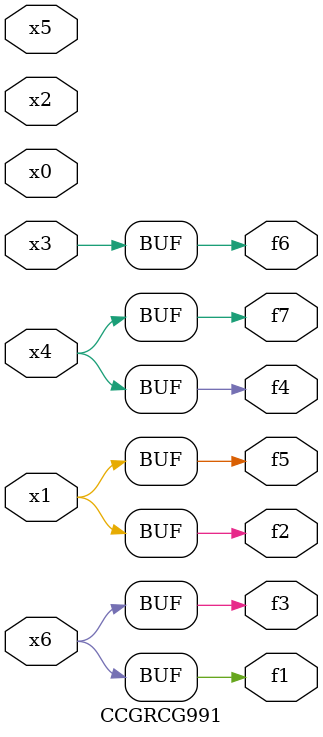
<source format=v>
module CCGRCG991(
	input x0, x1, x2, x3, x4, x5, x6,
	output f1, f2, f3, f4, f5, f6, f7
);
	assign f1 = x6;
	assign f2 = x1;
	assign f3 = x6;
	assign f4 = x4;
	assign f5 = x1;
	assign f6 = x3;
	assign f7 = x4;
endmodule

</source>
